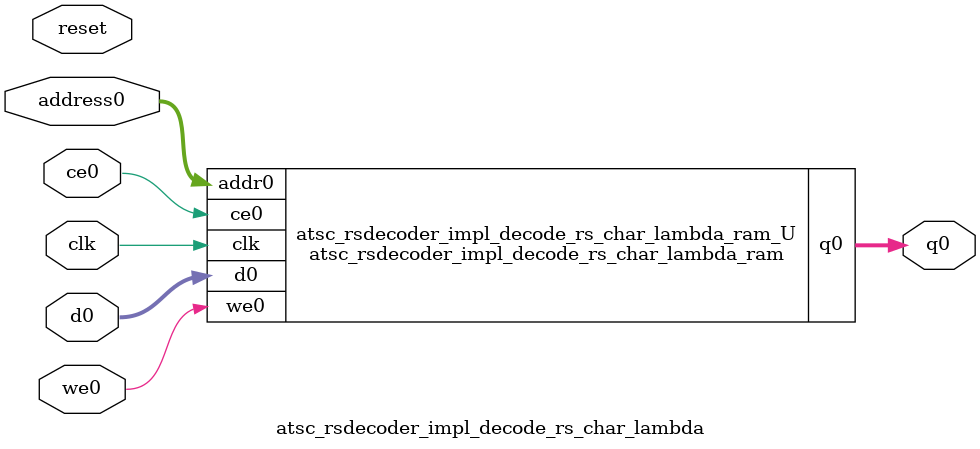
<source format=v>

`timescale 1 ns / 1 ps
module atsc_rsdecoder_impl_decode_rs_char_lambda_ram (addr0, ce0, d0, we0, q0,  clk);

parameter DWIDTH = 8;
parameter AWIDTH = 5;
parameter MEM_SIZE = 22;

input[AWIDTH-1:0] addr0;
input ce0;
input[DWIDTH-1:0] d0;
input we0;
output reg[DWIDTH-1:0] q0;
input clk;

(* ram_style = "distributed" *)reg [DWIDTH-1:0] ram[MEM_SIZE-1:0];




always @(posedge clk)  
begin 
    if (ce0) 
    begin
        if (we0) 
        begin 
            ram[addr0] <= d0; 
            q0 <= d0;
        end 
        else 
            q0 <= ram[addr0];
    end
end


endmodule


`timescale 1 ns / 1 ps
module atsc_rsdecoder_impl_decode_rs_char_lambda(
    reset,
    clk,
    address0,
    ce0,
    we0,
    d0,
    q0);

parameter DataWidth = 32'd8;
parameter AddressRange = 32'd22;
parameter AddressWidth = 32'd5;
input reset;
input clk;
input[AddressWidth - 1:0] address0;
input ce0;
input we0;
input[DataWidth - 1:0] d0;
output[DataWidth - 1:0] q0;



atsc_rsdecoder_impl_decode_rs_char_lambda_ram atsc_rsdecoder_impl_decode_rs_char_lambda_ram_U(
    .clk( clk ),
    .addr0( address0 ),
    .ce0( ce0 ),
    .d0( d0 ),
    .we0( we0 ),
    .q0( q0 ));

endmodule


</source>
